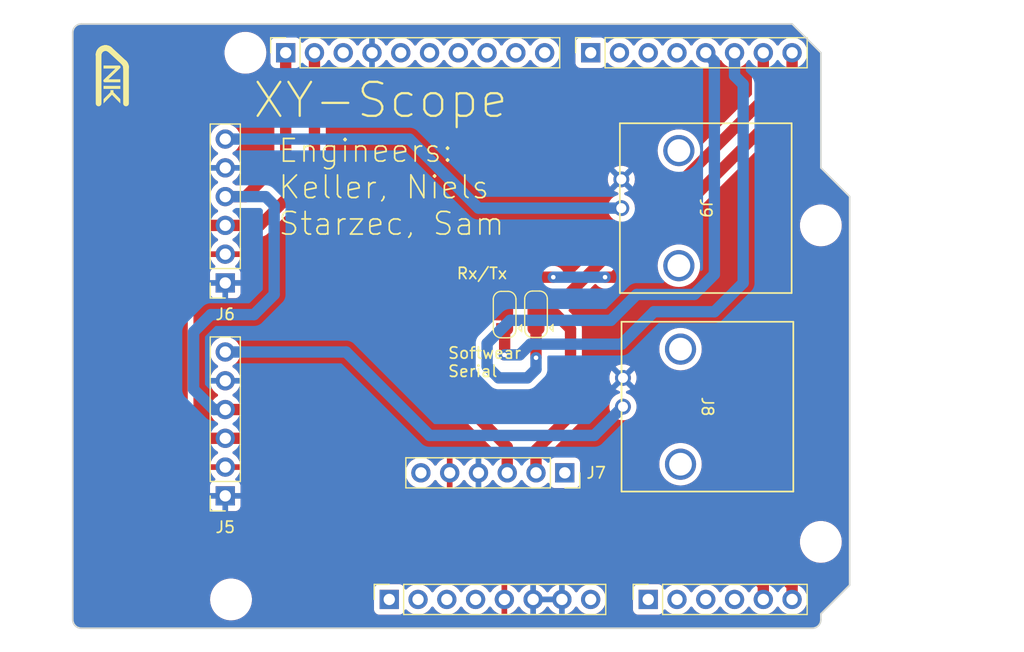
<source format=kicad_pcb>
(kicad_pcb (version 20221018) (generator pcbnew)
  (title_block (date "mar. 31 mars 2015"))
  (layers (0 "F.Cu" signal) (31 "B.Cu" signal) (34 "B.Paste" user) (35 "F.Paste" user) (36 "B.SilkS" user "B.Silkscreen") (37 "F.SilkS" user "F.Silkscreen") (38 "B.Mask" user) (39 "F.Mask" user) (44 "Edge.Cuts" user))
  (net 0 "")
  (net 1 "GND")
  (net 3 "+5V")
  (net 4 "/IOREF")
  (net 5 "/A0")
  (net 6 "/A1")
  (net 7 "/A2")
  (net 8 "/A3")
  (net 9 "/SDA{slash}A4")
  (net 10 "/SCL{slash}A5")
  (net 11 "/13")
  (net 12 "/12")
  (net 13 "/AREF")
  (net 14 "/8")
  (net 15 "/7")
  (net 16 "/*11")
  (net 17 "/*10")
  (net 18 "/*9")
  (net 19 "/4")
  (net 20 "/2")
  (net 21 "/*6")
  (net 22 "/*5")
  (net 23 "/TX{slash}1")
  (net 24 "/*3")
  (net 25 "/RX{slash}0")
  (net 26 "+3V3")
  (net 27 "VCC")
  (net 28 "/~{RESET}")
  (net 29 "/Vx")
  (net 30 "/Vy")
  (net 32 "/BT_RX")
  (net 33 "/BT_TX")
  (footprint "Connector_PinSocket_2.54mm:PinSocket_1x08_P2.54mm_Vertical" (layer "F.Cu") (at 127.94 97.46 90)
    (fp_text reference "J1" hide)
    (fp_text value "Power")
    (fp_line (start -1.33 1.27) (end -1.33 19.11) (stroke (width 0.12)) (layer "F.SilkS"))
    (fp_line (start -1.33 1.27) (end 1.33 1.27) (stroke (width 0.12)) (layer "F.SilkS"))
    (fp_line (start -1.33 19.11) (end 1.33 19.11) (stroke (width 0.12)) (layer "F.SilkS"))
    (fp_line (start 0 -1.33) (end 1.33 -1.33) (stroke (width 0.12)) (layer "F.SilkS"))
    (fp_line (start 1.33 -1.33) (end 1.33 0) (stroke (width 0.12)) (layer "F.SilkS"))
    (fp_line (start 1.33 1.27) (end 1.33 19.11) (stroke (width 0.12)) (layer "F.SilkS"))
    (pad "1" thru_hole rect locked (at 0 0 90) (size 1.7 1.7) (drill 1) (layers "*.Cu" "*.Mask"))
    (pad "2" thru_hole oval locked (at 0 2.54 90) (size 1.7 1.7) (drill 1) (layers "*.Cu" "*.Mask") (net 4 "/IOREF"))
    (pad "3" thru_hole oval locked (at 0 5.08 90) (size 1.7 1.7) (drill 1) (layers "*.Cu" "*.Mask") (net 28 "/~{RESET}"))
    (pad "4" thru_hole oval locked (at 0 7.62 90) (size 1.7 1.7) (drill 1) (layers "*.Cu" "*.Mask") (net 26 "+3V3"))
    (pad "5" thru_hole oval locked (at 0 10.16 90) (size 1.7 1.7) (drill 1) (layers "*.Cu" "*.Mask") (net 3 "+5V"))
    (pad "6" thru_hole oval locked (at 0 12.7 90) (size 1.7 1.7) (drill 1) (layers "*.Cu" "*.Mask") (net 1 "GND"))
    (pad "7" thru_hole oval locked (at 0 15.24 90) (size 1.7 1.7) (drill 1) (layers "*.Cu" "*.Mask") (net 1 "GND"))
    (pad "8" thru_hole oval locked (at 0 17.78 90) (size 1.7 1.7) (drill 1) (layers "*.Cu" "*.Mask") (net 27 "VCC"))
  )
  (footprint "Connector_PinSocket_2.54mm:PinSocket_1x06_P2.54mm_Vertical" (layer "F.Cu") (at 150.8 97.46 90)
    (fp_text reference "J3" hide)
    (fp_text value "Analog")
    (fp_line (start -1.33 1.27) (end -1.33 14.03) (stroke (width 0.12)) (layer "F.SilkS"))
    (fp_line (start -1.33 1.27) (end 1.33 1.27) (stroke (width 0.12)) (layer "F.SilkS"))
    (fp_line (start -1.33 14.03) (end 1.33 14.03) (stroke (width 0.12)) (layer "F.SilkS"))
    (fp_line (start 0 -1.33) (end 1.33 -1.33) (stroke (width 0.12)) (layer "F.SilkS"))
    (fp_line (start 1.33 -1.33) (end 1.33 0) (stroke (width 0.12)) (layer "F.SilkS"))
    (fp_line (start 1.33 1.27) (end 1.33 14.03) (stroke (width 0.12)) (layer "F.SilkS"))
    (pad "1" thru_hole rect locked (at 0 0 90) (size 1.7 1.7) (drill 1) (layers "*.Cu" "*.Mask") (net 5 "/A0"))
    (pad "2" thru_hole oval locked (at 0 2.54 90) (size 1.7 1.7) (drill 1) (layers "*.Cu" "*.Mask") (net 6 "/A1"))
    (pad "3" thru_hole oval locked (at 0 5.08 90) (size 1.7 1.7) (drill 1) (layers "*.Cu" "*.Mask") (net 7 "/A2"))
    (pad "4" thru_hole oval locked (at 0 7.62 90) (size 1.7 1.7) (drill 1) (layers "*.Cu" "*.Mask") (net 8 "/A3"))
    (pad "5" thru_hole oval locked (at 0 10.16 90) (size 1.7 1.7) (drill 1) (layers "*.Cu" "*.Mask") (net 9 "/SDA{slash}A4"))
    (pad "6" thru_hole oval locked (at 0 12.7 90) (size 1.7 1.7) (drill 1) (layers "*.Cu" "*.Mask") (net 10 "/SCL{slash}A5"))
  )
  (footprint "Connector_PinSocket_2.54mm:PinSocket_1x10_P2.54mm_Vertical" (layer "F.Cu") (at 118.796 49.2 90)
    (fp_text reference "J2" hide)
    (fp_text value "Digital/PWM")
    (fp_line (start -1.33 1.27) (end -1.33 24.19) (stroke (width 0.12)) (layer "F.SilkS"))
    (fp_line (start -1.33 1.27) (end 1.33 1.27) (stroke (width 0.12)) (layer "F.SilkS"))
    (fp_line (start -1.33 24.19) (end 1.33 24.19) (stroke (width 0.12)) (layer "F.SilkS"))
    (fp_line (start 0 -1.33) (end 1.33 -1.33) (stroke (width 0.12)) (layer "F.SilkS"))
    (fp_line (start 1.33 -1.33) (end 1.33 0) (stroke (width 0.12)) (layer "F.SilkS"))
    (fp_line (start 1.33 1.27) (end 1.33 24.19) (stroke (width 0.12)) (layer "F.SilkS"))
    (pad "1" thru_hole rect locked (at 0 0 90) (size 1.7 1.7) (drill 1) (layers "*.Cu" "*.Mask") (net 10 "/SCL{slash}A5"))
    (pad "2" thru_hole oval locked (at 0 2.54 90) (size 1.7 1.7) (drill 1) (layers "*.Cu" "*.Mask") (net 9 "/SDA{slash}A4"))
    (pad "3" thru_hole oval locked (at 0 5.08 90) (size 1.7 1.7) (drill 1) (layers "*.Cu" "*.Mask") (net 13 "/AREF"))
    (pad "4" thru_hole oval locked (at 0 7.62 90) (size 1.7 1.7) (drill 1) (layers "*.Cu" "*.Mask") (net 1 "GND"))
    (pad "5" thru_hole oval locked (at 0 10.16 90) (size 1.7 1.7) (drill 1) (layers "*.Cu" "*.Mask") (net 11 "/13"))
    (pad "6" thru_hole oval locked (at 0 12.7 90) (size 1.7 1.7) (drill 1) (layers "*.Cu" "*.Mask") (net 12 "/12"))
    (pad "7" thru_hole oval locked (at 0 15.24 90) (size 1.7 1.7) (drill 1) (layers "*.Cu" "*.Mask") (net 16 "/*11"))
    (pad "8" thru_hole oval locked (at 0 17.78 90) (size 1.7 1.7) (drill 1) (layers "*.Cu" "*.Mask") (net 17 "/*10"))
    (pad "9" thru_hole oval locked (at 0 20.32 90) (size 1.7 1.7) (drill 1) (layers "*.Cu" "*.Mask") (net 18 "/*9"))
    (pad "10" thru_hole oval locked (at 0 22.86 90) (size 1.7 1.7) (drill 1) (layers "*.Cu" "*.Mask") (net 14 "/8"))
  )
  (footprint "Connector_PinSocket_2.54mm:PinSocket_1x08_P2.54mm_Vertical" (layer "F.Cu") (at 145.72 49.2 90)
    (fp_text reference "J4" hide)
    (fp_text value "Digital/PWM")
    (fp_line (start -1.33 1.27) (end -1.33 19.11) (stroke (width 0.12)) (layer "F.SilkS"))
    (fp_line (start -1.33 1.27) (end 1.33 1.27) (stroke (width 0.12)) (layer "F.SilkS"))
    (fp_line (start -1.33 19.11) (end 1.33 19.11) (stroke (width 0.12)) (layer "F.SilkS"))
    (fp_line (start 0 -1.33) (end 1.33 -1.33) (stroke (width 0.12)) (layer "F.SilkS"))
    (fp_line (start 1.33 -1.33) (end 1.33 0) (stroke (width 0.12)) (layer "F.SilkS"))
    (fp_line (start 1.33 1.27) (end 1.33 19.11) (stroke (width 0.12)) (layer "F.SilkS"))
    (pad "1" thru_hole rect locked (at 0 0 90) (size 1.7 1.7) (drill 1) (layers "*.Cu" "*.Mask") (net 15 "/7"))
    (pad "2" thru_hole oval locked (at 0 2.54 90) (size 1.7 1.7) (drill 1) (layers "*.Cu" "*.Mask") (net 21 "/*6"))
    (pad "3" thru_hole oval locked (at 0 5.08 90) (size 1.7 1.7) (drill 1) (layers "*.Cu" "*.Mask") (net 22 "/*5"))
    (pad "4" thru_hole oval locked (at 0 7.62 90) (size 1.7 1.7) (drill 1) (layers "*.Cu" "*.Mask") (net 19 "/4"))
    (pad "5" thru_hole oval locked (at 0 10.16 90) (size 1.7 1.7) (drill 1) (layers "*.Cu" "*.Mask") (net 24 "/*3"))
    (pad "6" thru_hole oval locked (at 0 12.7 90) (size 1.7 1.7) (drill 1) (layers "*.Cu" "*.Mask") (net 20 "/2"))
    (pad "7" thru_hole oval locked (at 0 15.24 90) (size 1.7 1.7) (drill 1) (layers "*.Cu" "*.Mask") (net 23 "/TX{slash}1"))
    (pad "8" thru_hole oval locked (at 0 17.78 90) (size 1.7 1.7) (drill 1) (layers "*.Cu" "*.Mask") (net 25 "/RX{slash}0"))
  )
  (footprint "Connector_PinSocket_2.54mm:PinSocket_1x06_P2.54mm_Vertical" (layer "F.Cu") (at 143.434 86.284 -90)
    (fp_text reference "J7" (at 0 -2.77 -180) (layer "F.SilkS"))
    (fp_text value "Conn_01x06_Socket")
    (fp_line (start -1.33 1.27) (end -1.33 14.03) (stroke (width 0.12)) (layer "F.SilkS"))
    (fp_line (start -1.33 1.27) (end 1.33 1.27) (stroke (width 0.12)) (layer "F.SilkS"))
    (fp_line (start -1.33 14.03) (end 1.33 14.03) (stroke (width 0.12)) (layer "F.SilkS"))
    (fp_line (start 0 -1.33) (end 1.33 -1.33) (stroke (width 0.12)) (layer "F.SilkS"))
    (fp_line (start 1.33 -1.33) (end 1.33 0) (stroke (width 0.12)) (layer "F.SilkS"))
    (fp_line (start 1.33 1.27) (end 1.33 14.03) (stroke (width 0.12)) (layer "F.SilkS"))
    (pad "1" thru_hole rect (at 0 0 270) (size 1.7 1.7) (drill 1) (layers "*.Cu" "*.Mask"))
    (pad "2" thru_hole oval (at 0 2.54 270) (size 1.7 1.7) (drill 1) (layers "*.Cu" "*.Mask") (net 32 "/BT_RX"))
    (pad "3" thru_hole oval (at 0 5.08 270) (size 1.7 1.7) (drill 1) (layers "*.Cu" "*.Mask") (net 33 "/BT_TX"))
    (pad "4" thru_hole oval (at 0 7.62 270) (size 1.7 1.7) (drill 1) (layers "*.Cu" "*.Mask") (net 1 "GND"))
    (pad "5" thru_hole oval (at 0 10.16 270) (size 1.7 1.7) (drill 1) (layers "*.Cu" "*.Mask") (net 3 "+5V"))
    (pad "6" thru_hole oval (at 0 12.7 270) (size 1.7 1.7) (drill 1) (layers "*.Cu" "*.Mask"))
  )
  (footprint "Connector_PinSocket_2.54mm:PinSocket_1x06_P2.54mm_Vertical" (layer "F.Cu") (at 113.462 69.52 180)
    (fp_text reference "J6" (at 0 -2.77) (layer "F.SilkS"))
    (fp_text value "Conn_01x06_Socket")
    (fp_line (start -1.33 1.27) (end -1.33 14.03) (stroke (width 0.12)) (layer "F.SilkS"))
    (fp_line (start -1.33 1.27) (end 1.33 1.27) (stroke (width 0.12)) (layer "F.SilkS"))
    (fp_line (start -1.33 14.03) (end 1.33 14.03) (stroke (width 0.12)) (layer "F.SilkS"))
    (fp_line (start 0 -1.33) (end 1.33 -1.33) (stroke (width 0.12)) (layer "F.SilkS"))
    (fp_line (start 1.33 -1.33) (end 1.33 0) (stroke (width 0.12)) (layer "F.SilkS"))
    (fp_line (start 1.33 1.27) (end 1.33 14.03) (stroke (width 0.12)) (layer "F.SilkS"))
    (pad "1" thru_hole rect (at 0 0 180) (size 1.7 1.7) (drill 1) (layers "*.Cu" "*.Mask") (net 1 "GND"))
    (pad "2" thru_hole oval (at 0 2.54 180) (size 1.7 1.7) (drill 1) (layers "*.Cu" "*.Mask") (net 3 "+5V"))
    (pad "3" thru_hole oval (at 0 5.08 180) (size 1.7 1.7) (drill 1) (layers "*.Cu" "*.Mask") (net 9 "/SDA{slash}A4"))
    (pad "4" thru_hole oval (at 0 7.62 180) (size 1.7 1.7) (drill 1) (layers "*.Cu" "*.Mask") (net 10 "/SCL{slash}A5"))
    (pad "5" thru_hole oval (at 0 10.16 180) (size 1.7 1.7) (drill 1) (layers "*.Cu" "*.Mask") (net 1 "GND"))
    (pad "6" thru_hole oval (at 0 12.7 180) (size 1.7 1.7) (drill 1) (layers "*.Cu" "*.Mask") (net 30 "/Vy"))
  )
  (footprint "Jumper:SolderJumper-3_P1.3mm_Bridged12_RoundedPad1.0x1.5mm" (layer "F.Cu") (at 140.894 72.284 90)
    (fp_text reference "JP1" hide)
    (fp_text value "SolderJumper_3_Bridged12")
    (fp_poly (pts (xy -0.9 -0.3) (xy -0.4 -0.3) (xy -0.4 0.3) (xy -0.9 0.3)) (fill solid) (layer "F.Cu"))
    (fp_line (start -2.05 0.3) (end -2.05 -0.3) (stroke (width 0.12)) (layer "F.SilkS"))
    (fp_line (start -1.5 1.5) (end -0.9 1.5) (stroke (width 0.12)) (layer "F.SilkS"))
    (fp_line (start -1.4 -1) (end 1.4 -1) (stroke (width 0.12)) (layer "F.SilkS"))
    (fp_line (start -1.2 1.2) (end -1.5 1.5) (stroke (width 0.12)) (layer "F.SilkS"))
    (fp_line (start -1.2 1.2) (end -0.9 1.5) (stroke (width 0.12)) (layer "F.SilkS"))
    (fp_line (start 1.4 1) (end -1.4 1) (stroke (width 0.12)) (layer "F.SilkS"))
    (fp_line (start 2.05 -0.3) (end 2.05 0.3) (stroke (width 0.12)) (layer "F.SilkS"))
    (fp_arc (start -2.05 -0.3) (mid -1.844975 -0.794975) (end -1.35 -1) (stroke (width 0.12)) (layer "F.SilkS"))
    (fp_arc (start -1.35 1) (mid -1.844975 0.794975) (end -2.05 0.3) (stroke (width 0.12)) (layer "F.SilkS"))
    (fp_arc (start 1.35 -1) (mid 1.844975 -0.794975) (end 2.05 -0.3) (stroke (width 0.12)) (layer "F.SilkS"))
    (fp_arc (start 2.05 0.3) (mid 1.844975 0.794975) (end 1.35 1) (stroke (width 0.12)) (layer "F.SilkS"))
    (pad "1" smd custom (at -1.3 0 90) (size 1 0.5) (layers "F.Cu" "F.Mask") (net 24 "/*3") (options (clearance outline) (anchor rect)) (primitives (gr_circle (center 0 0.25) (end 0.5 0.25) (width 0) (fill yes)) (gr_circle (center 0 -0.25) (end 0.5 -0.25) (width 0) (fill yes)) (gr_poly (pts (xy 0.55 0.75) (xy 0 0.75) (xy 0 -0.75) (xy 0.55 -0.75)) (width 0) (fill yes))))
    (pad "2" smd rect (at 0 0 90) (size 1 1.5) (layers "F.Cu" "F.Mask") (net 32 "/BT_RX"))
    (pad "3" smd custom (at 1.3 0 90) (size 1 0.5) (layers "F.Cu" "F.Mask") (net 23 "/TX{slash}1") (options (clearance outline) (anchor rect)) (primitives (gr_circle (center 0 0.25) (end 0.5 0.25) (width 0) (fill yes)) (gr_circle (center 0 -0.25) (end 0.5 -0.25) (width 0) (fill yes)) (gr_poly (pts (xy 0 0.75) (xy -0.55 0.75) (xy -0.55 -0.75) (xy 0 -0.75)) (width 0) (fill yes))))
  )
  (footprint "XYScopeFp:CONN_CONBN_LNX" (layer "F.Cu") (at 156.02625 80.442 -90)
    (fp_text reference "J8" (at 0 0 -90 unlocked) (layer "F.SilkS"))
    (fp_text value "CONBNC002")
    (fp_line (start -7.493 -7.5819) (end -7.493 7.5819) (stroke (width 0.1524)) (layer "F.SilkS"))
    (fp_line (start -7.493 7.5819) (end 7.493 7.5819) (stroke (width 0.1524)) (layer "F.SilkS"))
    (fp_line (start 7.493 -7.5819) (end -7.493 -7.5819) (stroke (width 0.1524)) (layer "F.SilkS"))
    (fp_line (start 7.493 7.5819) (end 7.493 -7.5819) (stroke (width 0.1524)) (layer "F.SilkS"))
    (pad "" thru_hole circle (at -5.08 2.3749 270) (size 2.75 2.75) (drill 2.0066) (layers "*.Cu" "*.Mask"))
    (pad "" thru_hole circle (at 5.08 2.3749 270) (size 2.75 2.75) (drill 2.0066) (layers "*.Cu" "*.Mask"))
    (pad "1" thru_hole circle (at -2.54 7.4549 270) (size 1.397 1.397) (drill 0.889) (layers "*.Cu" "*.Mask") (net 1 "GND"))
    (pad "2" thru_hole circle (at 0 7.4549 270) (size 1.397 1.397) (drill 0.889) (layers "*.Cu" "*.Mask") (net 29 "/Vx"))
  )
  (footprint "Arduino_MountingHole:MountingHole_3.2mm" (layer "F.Cu") (at 115.24 49.2)
    (fp_text reference "MH1" hide)
    (fp_text value "MountingHole_3.2mm" hide)
    (pad "" np_thru_hole circle locked (at 0 0) (size 3.2 3.2) (drill 3.2) (layers "*.Cu" "*.Mask"))
  )
  (footprint "Jumper:SolderJumper-3_P1.3mm_Bridged12_RoundedPad1.0x1.5mm" (layer "F.Cu") (at 138.125 72.314 90)
    (fp_text reference "JP2" hide)
    (fp_text value "SolderJumper_3_Bridged12")
    (fp_poly (pts (xy -0.9 -0.3) (xy -0.4 -0.3) (xy -0.4 0.3) (xy -0.9 0.3)) (fill solid) (layer "F.Cu"))
    (fp_line (start -2.05 0.3) (end -2.05 -0.3) (stroke (width 0.12)) (layer "F.SilkS"))
    (fp_line (start -1.5 1.5) (end -0.9 1.5) (stroke (width 0.12)) (layer "F.SilkS"))
    (fp_line (start -1.4 -1) (end 1.4 -1) (stroke (width 0.12)) (layer "F.SilkS"))
    (fp_line (start -1.2 1.2) (end -1.5 1.5) (stroke (width 0.12)) (layer "F.SilkS"))
    (fp_line (start -1.2 1.2) (end -0.9 1.5) (stroke (width 0.12)) (layer "F.SilkS"))
    (fp_line (start 1.4 1) (end -1.4 1) (stroke (width 0.12)) (layer "F.SilkS"))
    (fp_line (start 2.05 -0.3) (end 2.05 0.3) (stroke (width 0.12)) (layer "F.SilkS"))
    (fp_arc (start -2.05 -0.3) (mid -1.844975 -0.794975) (end -1.35 -1) (stroke (width 0.12)) (layer "F.SilkS"))
    (fp_arc (start -1.35 1) (mid -1.844975 0.794975) (end -2.05 0.3) (stroke (width 0.12)) (layer "F.SilkS"))
    (fp_arc (start 1.35 -1) (mid 1.844975 -0.794975) (end 2.05 -0.3) (stroke (width 0.12)) (layer "F.SilkS"))
    (fp_arc (start 2.05 0.3) (mid 1.844975 0.794975) (end 1.35 1) (stroke (width 0.12)) (layer "F.SilkS"))
    (pad "1" smd custom (at -1.3 0 90) (size 1 0.5) (layers "F.Cu" "F.Mask") (net 20 "/2") (options (clearance outline) (anchor rect)) (primitives (gr_circle (center 0 0.25) (end 0.5 0.25) (width 0) (fill yes)) (gr_circle (center 0 -0.25) (end 0.5 -0.25) (width 0) (fill yes)) (gr_poly (pts (xy 0.55 0.75) (xy 0 0.75) (xy 0 -0.75) (xy 0.55 -0.75)) (width 0) (fill yes))))
    (pad "2" smd rect (at 0 0 90) (size 1 1.5) (layers "F.Cu" "F.Mask") (net 33 "/BT_TX"))
    (pad "3" smd custom (at 1.3 0 90) (size 1 0.5) (layers "F.Cu" "F.Mask") (net 25 "/RX{slash}0") (options (clearance outline) (anchor rect)) (primitives (gr_circle (center 0 0.25) (end 0.5 0.25) (width 0) (fill yes)) (gr_circle (center 0 -0.25) (end 0.5 -0.25) (width 0) (fill yes)) (gr_poly (pts (xy 0 0.75) (xy -0.55 0.75) (xy -0.55 -0.75) (xy 0 -0.75)) (width 0) (fill yes))))
  )
  (footprint "XYScopeFp:CONN_CONBN_LNX" (layer "F.Cu") (at 155.88 62.916 -90)
    (fp_text reference "J9" (at 0 0 -90 unlocked) (layer "F.SilkS"))
    (fp_text value "CONBNC002")
    (fp_line (start -7.493 -7.5819) (end -7.493 7.5819) (stroke (width 0.1524)) (layer "F.SilkS"))
    (fp_line (start -7.493 7.5819) (end 7.493 7.5819) (stroke (width 0.1524)) (layer "F.SilkS"))
    (fp_line (start 7.493 -7.5819) (end -7.493 -7.5819) (stroke (width 0.1524)) (layer "F.SilkS"))
    (fp_line (start 7.493 7.5819) (end 7.493 -7.5819) (stroke (width 0.1524)) (layer "F.SilkS"))
    (pad "" thru_hole circle (at -5.08 2.3749 270) (size 2.75 2.75) (drill 2.0066) (layers "*.Cu" "*.Mask"))
    (pad "" thru_hole circle (at 5.08 2.3749 270) (size 2.75 2.75) (drill 2.0066) (layers "*.Cu" "*.Mask"))
    (pad "1" thru_hole circle (at -2.54 7.4549 270) (size 1.397 1.397) (drill 0.889) (layers "*.Cu" "*.Mask") (net 1 "GND"))
    (pad "2" thru_hole circle (at 0 7.4549 270) (size 1.397 1.397) (drill 0.889) (layers "*.Cu" "*.Mask") (net 30 "/Vy"))
  )
  (footprint "Connector_PinSocket_2.54mm:PinSocket_1x06_P2.54mm_Vertical" (layer "F.Cu") (at 113.462 88.316 180)
    (fp_text reference "J5" (at 0 -2.77) (layer "F.SilkS"))
    (fp_text value "Conn_01x06_Socket")
    (fp_line (start -1.33 1.27) (end -1.33 14.03) (stroke (width 0.12)) (layer "F.SilkS"))
    (fp_line (start -1.33 1.27) (end 1.33 1.27) (stroke (width 0.12)) (layer "F.SilkS"))
    (fp_line (start -1.33 14.03) (end 1.33 14.03) (stroke (width 0.12)) (layer "F.SilkS"))
    (fp_line (start 0 -1.33) (end 1.33 -1.33) (stroke (width 0.12)) (layer "F.SilkS"))
    (fp_line (start 1.33 -1.33) (end 1.33 0) (stroke (width 0.12)) (layer "F.SilkS"))
    (fp_line (start 1.33 1.27) (end 1.33 14.03) (stroke (width 0.12)) (layer "F.SilkS"))
    (pad "1" thru_hole rect (at 0 0 180) (size 1.7 1.7) (drill 1) (layers "*.Cu" "*.Mask") (net 1 "GND"))
    (pad "2" thru_hole oval (at 0 2.54 180) (size 1.7 1.7) (drill 1) (layers "*.Cu" "*.Mask") (net 3 "+5V"))
    (pad "3" thru_hole oval (at 0 5.08 180) (size 1.7 1.7) (drill 1) (layers "*.Cu" "*.Mask") (net 9 "/SDA{slash}A4"))
    (pad "4" thru_hole oval (at 0 7.62 180) (size 1.7 1.7) (drill 1) (layers "*.Cu" "*.Mask") (net 10 "/SCL{slash}A5"))
    (pad "5" thru_hole oval (at 0 10.16 180) (size 1.7 1.7) (drill 1) (layers "*.Cu" "*.Mask") (net 1 "GND"))
    (pad "6" thru_hole oval (at 0 12.7 180) (size 1.7 1.7) (drill 1) (layers "*.Cu" "*.Mask") (net 29 "/Vx"))
  )
  (footprint "Arduino_MountingHole:MountingHole_3.2mm" (layer "F.Cu") (at 113.97 97.46)
    (fp_text reference "MH2" hide)
    (fp_text value "MountingHole_3.2mm" hide)
    (pad "" np_thru_hole circle locked (at 0 0) (size 3.2 3.2) (drill 3.2) (layers "*.Cu" "*.Mask"))
  )
  (footprint "Arduino_MountingHole:MountingHole_3.2mm" (layer "F.Cu") (at 166.04 64.44)
    (fp_text reference "MH3" hide)
    (fp_text value "MountingHole_3.2mm" hide)
    (pad "" np_thru_hole circle locked (at 0 0) (size 3.2 3.2) (drill 3.2) (layers "*.Cu" "*.Mask"))
  )
  (footprint "Arduino_MountingHole:MountingHole_3.2mm" (layer "F.Cu") (at 166.04 92.38)
    (fp_text reference "MH4" hide)
    (fp_text value "MountingHole_3.2mm" hide)
    (pad "" np_thru_hole circle locked (at 0 0) (size 3.2 3.2) (drill 3.2) (layers "*.Cu" "*.Mask"))
  )
  (gr_line (start 103.302 48.946) (end 103.264798 48.914013) (stroke (width 0.502708)) (layer "F.SilkS"))
  (gr_line (start 102.295768 49.250001) (end 102.287006 49.295835) (stroke (width 0.502708)) (layer "F.SilkS"))
  (gr_line (start 104.693333 50.413705) (end 104.687692 50.382918) (stroke (width 0.502708)) (layer "F.SilkS"))
  (gr_poly (pts (xy 104.218791 50.462048) (xy 104.218593 50.467013) (xy 104.21821 50.471995) (xy 104.217641 50.476994) (xy 104.216886 50.482009) (xy 104.215945 50.487041) (xy 104.214952 50.492037) (xy 104.213781 50.496943) (xy 104.212433 50.501761) (xy 104.210907 50.506489) (xy 104.209203 50.511128) (xy 104.207321 50.515677) (xy 104.205262 50.520138) (xy 104.203025 50.52451) (xy 104.200611 50.528792) (xy 104.198019 50.532986) (xy 104.195249 50.537091) (xy 104.192302 50.541107) (xy 104.189177 50.545034) (xy 104.185875 50.548872) (xy 104.182395 50.552622) (xy 104.178737 50.556283) (xy 103.154511 51.538152) (xy 104.198374 51.538152) (xy 104.198374 51.806862) (xy 102.831016 51.806862) (xy 102.827415 51.806818) (xy 102.823846 51.806685) (xy 102.82031 51.806463) (xy 102.816806 51.806152) (xy 102.813334 51.805753) (xy 102.809894 51.805265) (xy 102.806487 51.804688) (xy 102.803112 51.804021) (xy 102.799769 51.803266) (xy 102.796459 51.802422) (xy 102.79318 51.801489) (xy 102.789934 51.800467) (xy 102.786721 51.799355) (xy 102.783539 51.798154) (xy 102.78039 51.796864) (xy 102.777274 51.795485) (xy 102.774197 51.794163) (xy 102.771168 51.792776) (xy 102.768188 51.791323) (xy 102.765257 51.789806) (xy 102.762373 51.788223) (xy 102.759539 51.786576) (xy 102.756752 51.784864) (xy 102.754014 51.783086) (xy 102.751325 51.781245) (xy 102.748684 51.779338) (xy 102.746091 51.777367) (xy 102.743547 51.77533) (xy 102.741051 51.77323) (xy 102.738603 51.771064) (xy 102.736204 51.768835) (xy 102.733853 51.76654) (xy 102.731688 51.764319) (xy 102.729579 51.762041) (xy 102.727526 51.759705) (xy 102.725529 51.757313) (xy 102.723588 51.754864) (xy 102.721704 51.752358) (xy 102.719876 51.749795) (xy 102.718104 51.747176) (xy 102.716388 51.744499) (xy 102.714729 51.741766) (xy 102.713127 51.738977) (xy 102.711581 51.73613) (xy 102.710092 51.733228) (xy 102.70866 51.730268) (xy 102.707284 51.727252) (xy 102.705966 51.72418) (xy 102.704712 51.721067) (xy 102.703539 51.71793) (xy 102.702447 51.714769) (xy 102.701436 51.711584) (xy 102.700506 51.708375) (xy 102.699658 51.705141) (xy 102.69889 51.701883) (xy 102.698204 51.698601) (xy 102.697598 51.695295) (xy 102.697073 51.691965) (xy 102.696629 51.688611) (xy 102.696266 51.685232) (xy 102.695983 51.681829) (xy 102.695782 51.678402) (xy 102.695661 51.674951) (xy 102.695621 51.671475) (xy 102.695657 51.668371) (xy 102.695766 51.665258) (xy 102.695947 51.662137) (xy 102.696201 51.659008) (xy 102.696528 51.655871) (xy 102.696928 51.652726) (xy 102.6974 51.649573) (xy 102.697946 51.646412) (xy 102.698564 51.643243) (xy 102.699255 51.640066) (xy 102.700019 51.636881) (xy 102.700856 51.633688) (xy 102.701766 51.630486) (xy 102.702749 51.627277) (xy 102.704934 51.620834) (xy 102.706139 51.617754) (xy 102.707434 51.614713) (xy 102.708818 51.611714) (xy 102.710291 51.608754) (xy 102.711854 51.605835) (xy 102.713505 51.602956) (xy 102.715245 51.600117) (xy 102.717075 51.597319) (xy 102.718993 51.594561) (xy 102.721001 51.591843) (xy 102.723097 51.589166) (xy 102.725282 51.586529) (xy 102.727556 51.583932) (xy 102.729919 51.581376) (xy 102.732371 51.57886) (xy 102.734911 51.576384) (xy 103.760158 50.594515) (xy 102.716285 50.594515) (xy 102.716285 50.32581) (xy 104.083654 50.32581) (xy 104.088789 50.325899) (xy 104.093859 50.326165) (xy 104.098865 50.326609) (xy 104.103807 50.327231) (xy 104.108683 50.32803) (xy 104.113496 50.329007) (xy 104.118243 50.330162) (xy 104.122926 50.331495) (xy 104.127545 50.333005) (xy 104.132099 50.334692) (xy 104.136589 50.336557) (xy 104.141014 50.3386) (xy 104.145374 50.340821) (xy 104.14967 50.343219) (xy 104.153901 50.345795) (xy 104.158068 50.348548) (xy 104.162262 50.351568) (xy 104.166319 50.354684) (xy 104.170239 50.357898) (xy 104.174022 50.361208) (xy 104.177668 50.364616) (xy 104.181176 50.36812) (xy 104.184547 50.371721) (xy 104.187781 50.375419) (xy 104.190877 50.379214) (xy 104.193837 50.383106) (xy 104.196659 50.387095) (xy 104.199343 50.391181) (xy 104.201891 50.395363) (xy 104.204301 50.399643) (xy 104.206574 50.404019) (xy 104.208709 50.408492) (xy 104.210554 50.413281) (xy 104.212214 50.418086) (xy 104.213688 50.422907) (xy 104.214976 50.427743) (xy 104.216078 50.432595) (xy 104.216995 50.437464) (xy 104.217725 50.442348) (xy 104.21827 50.447249) (xy 104.21863 50.452165) (xy 104.218803 50.457098)) (fill solid) (layer "F.SilkS"))
  (gr_line (start 102.606654 48.852876) (end 102.569767 48.873649) (stroke (width 0.502708)) (layer "F.SilkS"))
  (gr_line (start 102.977958 48.788767) (end 102.935131 48.784129) (stroke (width 0.502708)) (layer "F.SilkS"))
  (gr_line (start 104.636651 50.236242) (end 104.622049 50.208758) (stroke (width 0.502708)) (layer "F.SilkS"))
  (gr_line (start 104.70067 50.507943) (end 104.699846 50.476274) (stroke (width 0.502708)) (layer "F.SilkS"))
  (gr_line (start 102.569767 48.873649) (end 102.534342 48.896897) (stroke (width 0.502708)) (layer "F.SilkS"))
  (gr_line (start 104.58865 50.156096) (end 104.569904 50.131033) (stroke (width 0.502708)) (layer "F.SilkS"))
  (gr_line (start 104.687692 50.382918) (end 104.680496 50.352539) (stroke (width 0.502708)) (layer "F.SilkS"))
  (gr_line (start 102.500539 48.922547) (end 102.468518 48.950531) (stroke (width 0.502708)) (layer "F.SilkS"))
  (gr_line (start 102.361469 49.0844) (end 102.340766 49.123001) (stroke (width 0.502708)) (layer "F.SilkS"))
  (gr_line (start 102.935131 48.784129) (end 102.892323 48.782595) (stroke (width 0.502708)) (layer "F.SilkS"))
  (gr_line (start 104.661536 50.293232) (end 104.649821 50.264419) (stroke (width 0.502708)) (layer "F.SilkS"))
  (gr_line (start 103.226331 48.885689) (end 103.18676 48.86096) (stroke (width 0.502708)) (layer "F.SilkS"))
  (gr_line (start 102.307755 49.205871) (end 102.295768 49.250001) (stroke (width 0.502708)) (layer "F.SilkS"))
  (gr_line (start 102.340766 49.123001) (end 102.322808 49.163515) (stroke (width 0.502708)) (layer "F.SilkS"))
  (gr_line (start 102.322808 49.163515) (end 102.307755 49.205871) (stroke (width 0.502708)) (layer "F.SilkS"))
  (gr_poly (pts (xy 102.716285 52.390798) (xy 102.716285 52.122087) (xy 104.198374 52.122087) (xy 104.198374 52.390798)) (fill solid) (layer "F.SilkS"))
  (gr_line (start 104.60604 50.182024) (end 104.58865 50.156096) (stroke (width 0.502708)) (layer "F.SilkS"))
  (gr_line (start 104.699846 50.476274) (end 104.697392 50.444843) (stroke (width 0.502708)) (layer "F.SilkS"))
  (gr_line (start 103.146245 48.839754) (end 103.104947 48.822002) (stroke (width 0.502708)) (layer "F.SilkS"))
  (gr_line (start 102.279801 49.392331) (end 102.279722 53.674027) (stroke (width 0.502708)) (layer "F.SilkS"))
  (gr_line (start 103.18676 48.86096) (end 103.146245 48.839754) (stroke (width 0.502708)) (layer "F.SilkS"))
  (gr_line (start 102.644842 48.834645) (end 102.606654 48.852876) (stroke (width 0.502708)) (layer "F.SilkS"))
  (gr_line (start 104.622049 50.208758) (end 104.60604 50.182024) (stroke (width 0.502708)) (layer "F.SilkS"))
  (gr_line (start 102.684171 48.819028) (end 102.644842 48.834645) (stroke (width 0.502708)) (layer "F.SilkS"))
  (gr_line (start 102.765612 48.795915) (end 102.724482 48.806095) (stroke (width 0.502708)) (layer "F.SilkS"))
  (gr_line (start 103.063027 48.807633) (end 103.020643 48.796578) (stroke (width 0.502708)) (layer "F.SilkS"))
  (gr_line (start 103.104947 48.822002) (end 103.063027 48.807633) (stroke (width 0.502708)) (layer "F.SilkS"))
  (gr_line (start 102.534342 48.896897) (end 102.500539 48.922547) (stroke (width 0.502708)) (layer "F.SilkS"))
  (gr_line (start 104.697392 50.444843) (end 104.693333 50.413705) (stroke (width 0.502708)) (layer "F.SilkS"))
  (gr_line (start 103.264798 48.914013) (end 103.226331 48.885689) (stroke (width 0.502708)) (layer "F.SilkS"))
  (gr_line (start 102.724482 48.806095) (end 102.684171 48.819028) (stroke (width 0.502708)) (layer "F.SilkS"))
  (gr_line (start 102.849693 48.784095) (end 102.807403 48.788558) (stroke (width 0.502708)) (layer "F.SilkS"))
  (gr_line (start 104.505773 50.061597) (end 103.302 48.946) (stroke (width 0.502708)) (layer "F.SilkS"))
  (gr_line (start 104.671769 50.322624) (end 104.661536 50.293232) (stroke (width 0.502708)) (layer "F.SilkS"))
  (gr_line (start 102.807403 48.788558) (end 102.765612 48.795915) (stroke (width 0.502708)) (layer "F.SilkS"))
  (gr_line (start 104.549825 50.106891) (end 104.52844 50.083726) (stroke (width 0.502708)) (layer "F.SilkS"))
  (gr_poly (pts (xy 103.457335 52.91171) (xy 102.716285 53.673418) (xy 102.716285 53.292048) (xy 103.321942 52.687422) (xy 103.321942 52.498298) (xy 103.592727 52.498298) (xy 103.592727 52.687422) (xy 104.198374 53.292048) (xy 104.198374 53.673418)) (fill solid) (layer "F.SilkS"))
  (gr_line (start 104.680496 50.352539) (end 104.671769 50.322624) (stroke (width 0.502708)) (layer "F.SilkS"))
  (gr_line (start 103.020643 48.796578) (end 102.977958 48.788767) (stroke (width 0.502708)) (layer "F.SilkS"))
  (gr_line (start 102.384755 49.047783) (end 102.361469 49.0844) (stroke (width 0.502708)) (layer "F.SilkS"))
  (gr_line (start 102.281631 49.343301) (end 102.279801 49.392331) (stroke (width 0.502708)) (layer "F.SilkS"))
  (gr_line (start 102.468518 48.950531) (end 102.43844 48.980779) (stroke (width 0.502708)) (layer "F.SilkS"))
  (gr_line (start 104.70067 53.674027) (end 104.70067 50.507943) (stroke (width 0.502708)) (layer "F.SilkS"))
  (gr_line (start 104.649821 50.264419) (end 104.636651 50.236242) (stroke (width 0.502708)) (layer "F.SilkS"))
  (gr_line (start 102.892323 48.782595) (end 102.849693 48.784095) (stroke (width 0.502708)) (layer "F.SilkS"))
  (gr_line (start 102.410466 49.013219) (end 102.384755 49.047783) (stroke (width 0.502708)) (layer "F.SilkS"))
  (gr_line (start 102.43844 48.980779) (end 102.410466 49.013219) (stroke (width 0.502708)) (layer "F.SilkS"))
  (gr_line (start 102.287006 49.295835) (end 102.281631 49.343301) (stroke (width 0.502708)) (layer "F.SilkS"))
  (gr_line (start 104.52844 50.083726) (end 104.505773 50.061597) (stroke (width 0.502708)) (layer "F.SilkS"))
  (gr_line (start 104.569904 50.131033) (end 104.549825 50.106891) (stroke (width 0.502708)) (layer "F.SilkS"))
  (gr_line (start 166.04 59.36) (end 168.58 61.9) (stroke (width 0.15)) (layer "Edge.Cuts"))
  (gr_line (start 100 99.238) (end 100 47.422) (stroke (width 0.15)) (layer "Edge.Cuts"))
  (gr_line (start 168.58 61.9) (end 168.58 96.19) (stroke (width 0.15)) (layer "Edge.Cuts"))
  (gr_line (start 165.278 100) (end 100.762 100) (stroke (width 0.15)) (layer "Edge.Cuts"))
  (gr_line (start 100.762 46.66) (end 163.5 46.66) (stroke (width 0.15)) (layer "Edge.Cuts"))
  (gr_arc (start 100.762 100) (mid 100.223185 99.776815) (end 100 99.238) (stroke (width 0.15)) (layer "Edge.Cuts"))
  (gr_line (start 168.58 96.19) (end 166.04 98.73) (stroke (width 0.15)) (layer "Edge.Cuts"))
  (gr_line (start 163.5 46.66) (end 166.04 49.2) (stroke (width 0.15)) (layer "Edge.Cuts"))
  (gr_arc (start 166.04 99.238) (mid 165.816815 99.776815) (end 165.278 100) (stroke (width 0.15)) (layer "Edge.Cuts"))
  (gr_line (start 166.04 49.2) (end 166.04 59.36) (stroke (width 0.15)) (layer "Edge.Cuts"))
  (gr_line (start 166.04 98.73) (end 166.04 99.238) (stroke (width 0.15)) (layer "Edge.Cuts"))
  (gr_arc (start 100 47.422) (mid 100.223185 46.883185) (end 100.762 46.66) (stroke (width 0.15)) (layer "Edge.Cuts"))
  (gr_text "XY-Scope\n\n" (at 127.178 55.804) (layer "F.SilkS") (effects (font (size 3 3) (thickness 0.2) bold)))
  (gr_text "Engineers:\nKeller, Niels\nStarzec, Sam" (at 118.034 65.456) (layer "F.SilkS") (effects (font (size 2 2)) (justify left bottom)))
  (gr_text "Rx/Tx\n" (at 133.807 69.266) (layer "F.SilkS") (effects (font (size 1 1)) (justify left bottom)))
  (gr_text "Softwear\nSerial" (at 133.045 77.902) (layer "F.SilkS") (effects (font (size 1 1)) (justify left bottom)))
  (segment (start 157.15 92.38) (end 160.96 96.19) (width 1) (layer "F.Cu") (net 9))
  (segment (start 111.938 83.236) (end 113.462 83.236) (width 1) (layer "F.Cu") (net 9))
  (segment (start 113.462 64.44) (end 111.684 64.44) (width 1) (layer "F.Cu") (net 9))
  (segment (start 125.4 92.38) (end 157.15 92.38) (width 1) (layer "F.Cu") (net 9))
  (segment (start 113.462 64.44) (end 116.51 64.44) (width 1) (layer "F.Cu") (net 9))
  (segment (start 109.652 80.95) (end 111.938 83.236) (width 1) (layer "F.Cu") (net 9))
  (segment (start 116.256 83.236) (end 125.4 92.38) (width 1) (layer "F.Cu") (net 9))
  (segment (start 121.336 59.614) (end 121.336 49.2) (width 1) (layer "F.Cu") (net 9))
  (segment (start 160.96 96.19) (end 160.96 97.46) (width 1) (layer "F.Cu") (net 9))
  (segment (start 109.652 66.472) (end 109.652 80.95) (width 1) (layer "F.Cu") (net 9))
  (segment (start 111.684 64.44) (end 109.652 66.472) (width 1) (layer "F.Cu") (net 9))
  (segment (start 113.462 83.236) (end 116.256 83.236) (width 1) (layer "F.Cu") (net 9))
  (segment (start 116.51 64.44) (end 121.336 59.614) (width 1) (layer "F.Cu") (net 9))
  (segment (start 117.272 80.696) (end 113.462 80.696) (width 1) (layer "F.Cu") (net 10))
  (segment (start 163.5 96.257919) (end 157.590081 90.348) (width 1) (layer "F.Cu") (net 10))
  (segment (start 157.590081 90.348) (end 126.924 90.348) (width 1) (layer "F.Cu") (net 10))
  (segment (start 118.796 58.344) (end 118.796 49.2) (width 1) (layer "F.Cu") (net 10))
  (segment (start 163.5 97.46) (end 163.5 96.257919) (width 1) (layer "F.Cu") (net 10))
  (segment (start 113.462 61.9) (end 115.24 61.9) (width 1) (layer "F.Cu") (net 10))
  (segment (start 115.24 61.9) (end 118.796 58.344) (width 1) (layer "F.Cu") (net 10))
  (segment (start 126.924 90.348) (end 117.272 80.696) (width 1) (layer "F.Cu") (net 10))
  (segment (start 112.446 80.696) (end 113.462 80.696) (width 1) (layer "B.Cu") (net 10))
  (segment (start 116.002 72.314) (end 112.192 72.314) (width 1) (layer "B.Cu") (net 10))
  (segment (start 110.668 78.918) (end 112.446 80.696) (width 1) (layer "B.Cu") (net 10))
  (segment (start 117.018 61.9) (end 117.78 62.662) (width 1) (layer "B.Cu") (net 10))
  (segment (start 117.78 62.662) (end 117.78 70.536) (width 1) (layer "B.Cu") (net 10))
  (segment (start 117.78 70.536) (end 116.002 72.314) (width 1) (layer "B.Cu") (net 10))
  (segment (start 112.192 72.314) (end 110.668 73.838) (width 1) (layer "B.Cu") (net 10))
  (segment (start 110.668 73.838) (end 110.668 78.918) (width 1) (layer "B.Cu") (net 10))
  (segment (start 113.462 61.9) (end 117.018 61.9) (width 1) (layer "B.Cu") (net 10))
  (segment (start 138.125 73.614) (end 138.125 75.845) (width 1) (layer "F.Cu") (net 20))
  (segment (start 138.125 75.845) (end 138.1 75.87) (width 1) (layer "F.Cu") (net 20))
  (via (at 138.1 75.87) (size 0.8) (drill 0.4) (layers "F.Cu" "B.Cu") (net 20))
  (segment (start 158.42 51.232) (end 158.42 49.2) (width 1) (layer "B.Cu") (net 20))
  (segment (start 156.642 72.06) (end 159.182 69.52) (width 1) (layer "B.Cu") (net 20))
  (segment (start 148.444 74.924) (end 151.308 72.06) (width 1) (layer "B.Cu") (net 20))
  (segment (start 140.396944 74.924) (end 148.444 74.924) (width 1) (layer "B.Cu") (net 20))
  (segment (start 159.182 51.994) (end 158.42 51.232) (width 1) (layer "B.Cu") (net 20))
  (segment (start 139.450944 75.87) (end 140.396944 74.924) (width 1) (layer "B.Cu") (net 20))
  (segment (start 151.308 72.06) (end 156.642 72.06) (width 1) (layer "B.Cu") (net 20))
  (segment (start 159.182 69.52) (end 159.182 51.994) (width 1) (layer "B.Cu") (net 20))
  (segment (start 138.1 75.87) (end 139.450944 75.87) (width 1) (layer "B.Cu") (net 20))
  (segment (start 160.96 53.315594) (end 160.96 49.2) (width 1) (layer "F.Cu") (net 23))
  (segment (start 143.291594 70.984) (end 160.96 53.315594) (width 1) (layer "F.Cu") (net 23))
  (segment (start 140.894 70.984) (end 143.291594 70.984) (width 1) (layer "F.Cu") (net 23))
  (segment (start 140.894 73.584) (end 140.894 76.124) (width 1) (layer "F.Cu") (net 24))
  (via (at 140.894 76.124) (size 0.8) (drill 0.4) (layers "F.Cu" "B.Cu") (net 24))
  (segment (start 154.864 70.536) (end 156.642 68.758) (width 1) (layer "B.Cu") (net 24))
  (segment (start 137.592 77.902) (end 136.576 76.886) (width 1) (layer "B.Cu") (net 24))
  (segment (start 156.642 68.758) (end 156.642 49.962) (width 1) (layer "B.Cu") (net 24))
  (segment (start 136.576 74.854) (end 138.608 72.822) (width 1) (layer "B.Cu") (net 24))
  (segment (start 140.894 76.124) (end 140.894 77.14) (width 1) (layer "B.Cu") (net 24))
  (segment (start 140.894 77.14) (end 140.132 77.902) (width 1) (layer "B.Cu") (net 24))
  (segment (start 136.576 76.886) (end 136.576 74.854) (width 1) (layer "B.Cu") (net 24))
  (segment (start 140.132 77.902) (end 137.592 77.902) (width 1) (layer "B.Cu") (net 24))
  (segment (start 147.498 72.822) (end 149.784 70.536) (width 1) (layer "B.Cu") (net 24))
  (segment (start 156.642 49.962) (end 155.88 49.2) (width 1) (layer "B.Cu") (net 24))
  (segment (start 149.784 70.536) (end 154.864 70.536) (width 1) (layer "B.Cu") (net 24))
  (segment (start 138.608 72.822) (end 147.498 72.822) (width 1) (layer "B.Cu") (net 24))
  (segment (start 163.5 53.264) (end 163.5 49.2) (width 1) (layer "F.Cu") (net 25))
  (segment (start 146.99 69.012) (end 147.752 69.012) (width 1) (layer "F.Cu") (net 25))
  (segment (start 147.752 69.012) (end 163.5 53.264) (width 1) (layer "F.Cu") (net 25))
  (segment (start 140.127 69.012) (end 142.418 69.012) (width 1) (layer "F.Cu") (net 25))
  (segment (start 138.125 71.014) (end 140.127 69.012) (width 1) (layer "F.Cu") (net 25))
  (via (at 146.99 69.012) (size 0.8) (drill 0.4) (layers "F.Cu" "B.Cu") (net 25))
  (via (at 142.418 69.012) (size 0.8) (drill 0.4) (layers "F.Cu" "B.Cu") (net 25))
  (segment (start 142.418 69.012) (end 146.99 69.012) (width 1) (layer "B.Cu") (net 25))
  (segment (start 124.13 75.616) (end 131.496 82.982) (width 1) (layer "B.Cu") (net 29))
  (segment (start 131.496 82.982) (end 146.03135 82.982) (width 1) (layer "B.Cu") (net 29))
  (segment (start 146.03135 82.982) (end 148.57135 80.442) (width 1) (layer "B.Cu") (net 29))
  (segment (start 113.462 75.616) (end 124.13 75.616) (width 1) (layer "B.Cu") (net 29))
  (segment (start 129.718 56.82) (end 135.814 62.916) (width 1) (layer "B.Cu") (net 30))
  (segment (start 113.462 56.82) (end 129.718 56.82) (width 1) (layer "B.Cu") (net 30))
  (segment (start 135.814 62.916) (end 148.4251 62.916) (width 1) (layer "B.Cu") (net 30))
  (segment (start 140.894 84.252) (end 143.942 81.204) (width 1) (layer "F.Cu") (net 32))
  (segment (start 140.894 86.284) (end 140.894 84.252) (width 1) (layer "F.Cu") (net 32))
  (segment (start 143.942 81.204) (end 143.942 73.582) (width 1) (layer "F.Cu") (net 32))
  (segment (start 143.942 73.582) (end 142.644 72.284) (width 1) (layer "F.Cu") (net 32))
  (segment (start 142.644 72.284) (end 140.894 72.284) (width 1) (layer "F.Cu") (net 32))
  (segment (start 135.052 73.584) (end 135.052 80.696) (width 1) (layer "F.Cu") (net 33))
  (segment (start 138.354 83.998) (end 138.354 86.284) (width 1) (layer "F.Cu") (net 33))
  (segment (start 135.052 80.696) (end 138.354 83.998) (width 1) (layer "F.Cu") (net 33))
  (segment (start 138.125 72.314) (end 136.322 72.314) (width 1) (layer "F.Cu") (net 33))
  (segment (start 136.322 72.314) (end 135.052 73.584) (width 1) (layer "F.Cu") (net 33))
  (zone (net 3) (net_name "+5V") (layer "F.Cu") (connect_pads (clearance 0.5)) (min_thickness 0.25) (fill yes (thermal_gap 0.5) (thermal_bridge_width 0.5))
    (polygon (pts (xy 99.746 46.406) (xy 170.866 46.406) (xy 170.866 100.254) (xy 100 100.254)))
  )
  (zone (net 1) (net_name "GND") (layer "B.Cu") (connect_pads (clearance 0.5)) (min_thickness 0.25) (fill yes (thermal_gap 0.5) (thermal_bridge_width 0.5))
    (polygon (pts (xy 99.717218 46.400145) (xy 170.837218 46.400145) (xy 170.837218 100.248145) (xy 99.971218 100.248145)))
  )
)
</source>
